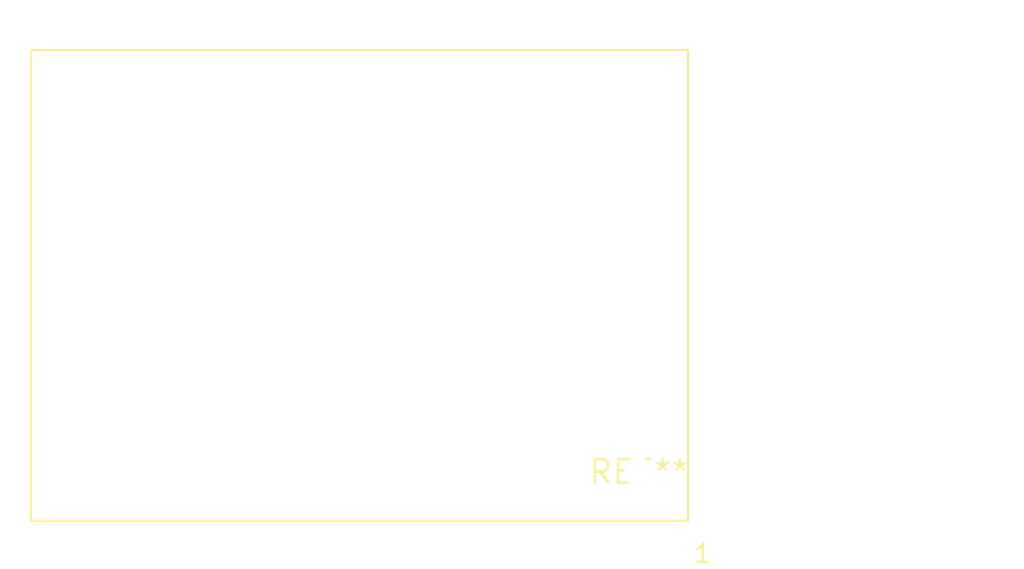
<source format=kicad_pcb>
(kicad_pcb (version 20240108) (generator pcbnew)
  (layers (0 "F.Cu" signal) (31 "B.Cu" signal) (34 "B.Paste" user) (35 "F.Paste" user) (36 "B.SilkS" user "B.Silkscreen") (37 "F.SilkS" user "F.Silkscreen") (38 "B.Mask" user) (39 "F.Mask" user) (44 "Edge.Cuts" user))
  (net 0 "")
  (footprint "Transformer_EPCOS_B66359J1014T_Vertical" (layer "F.Cu") (at 0 0)
    (property "Reference" "REF**")
    (property "Value" "Transformer_EPCOS_B66359J1014T_Vertical")
    (fp_line (start -33.14 -22.98) (end -33.14 2.66) (layer "F.SilkS") (stroke (width 0.12)))
    (fp_line (start -33.14 -22.98) (end 2.66 -22.98) (layer "F.SilkS") (stroke (width 0.12)))
    (fp_line (start 2.66 2.66) (end -33.14 2.66) (layer "F.SilkS") (stroke (width 0.12)))
    (fp_line (start 2.66 2.66) (end 2.66 -22.98) (layer "F.SilkS") (stroke (width 0.12)))
    (fp_text user "1" (at 3.46 4.44 0) (layer "F.SilkS"))
    (pad "1" thru_hole circle (at 0 0) (size 2.5 2.5) (drill 1.6) (layers *.Cu *.Mask) (remove_unused_layers))
    (pad "2" thru_hole circle (at 0 -20.32) (size 2.5 2.5) (drill 1.6) (layers *.Cu *.Mask) (remove_unused_layers))
    (pad "3" thru_hole circle (at -5.08 0) (size 2.5 2.5) (drill 1.6) (layers *.Cu *.Mask) (remove_unused_layers))
    (pad "4" thru_hole circle (at -5.08 -20.32) (size 2.5 2.5) (drill 1.6) (layers *.Cu *.Mask) (remove_unused_layers))
    (pad "5" thru_hole circle (at -10.16 0) (size 2.5 2.5) (drill 1.6) (layers *.Cu *.Mask) (remove_unused_layers))
    (pad "6" thru_hole circle (at -10.16 -20.32) (size 2.5 2.5) (drill 1.6) (layers *.Cu *.Mask) (remove_unused_layers))
    (pad "7" thru_hole circle (at -15.24 0) (size 2.5 2.5) (drill 1.6) (layers *.Cu *.Mask) (remove_unused_layers))
    (pad "8" thru_hole circle (at -15.24 -20.32) (size 2.5 2.5) (drill 1.6) (layers *.Cu *.Mask) (remove_unused_layers))
    (pad "9" thru_hole circle (at -20.32 0) (size 2.5 2.5) (drill 1.6) (layers *.Cu *.Mask) (remove_unused_layers))
    (pad "10" thru_hole circle (at -20.32 -20.32) (size 2.5 2.5) (drill 1.6) (layers *.Cu *.Mask) (remove_unused_layers))
    (pad "11" thru_hole circle (at -25.4 0) (size 2.5 2.5) (drill 1.6) (layers *.Cu *.Mask) (remove_unused_layers))
    (pad "12" thru_hole circle (at -25.4 -20.32) (size 2.5 2.5) (drill 1.6) (layers *.Cu *.Mask) (remove_unused_layers))
    (pad "13" thru_hole circle (at -30.48 0) (size 2.5 2.5) (drill 1.6) (layers *.Cu *.Mask) (remove_unused_layers))
    (pad "14" thru_hole circle (at -30.48 -20.32) (size 2.5 2.5) (drill 1.6) (layers *.Cu *.Mask) (remove_unused_layers))
  )
)
</source>
